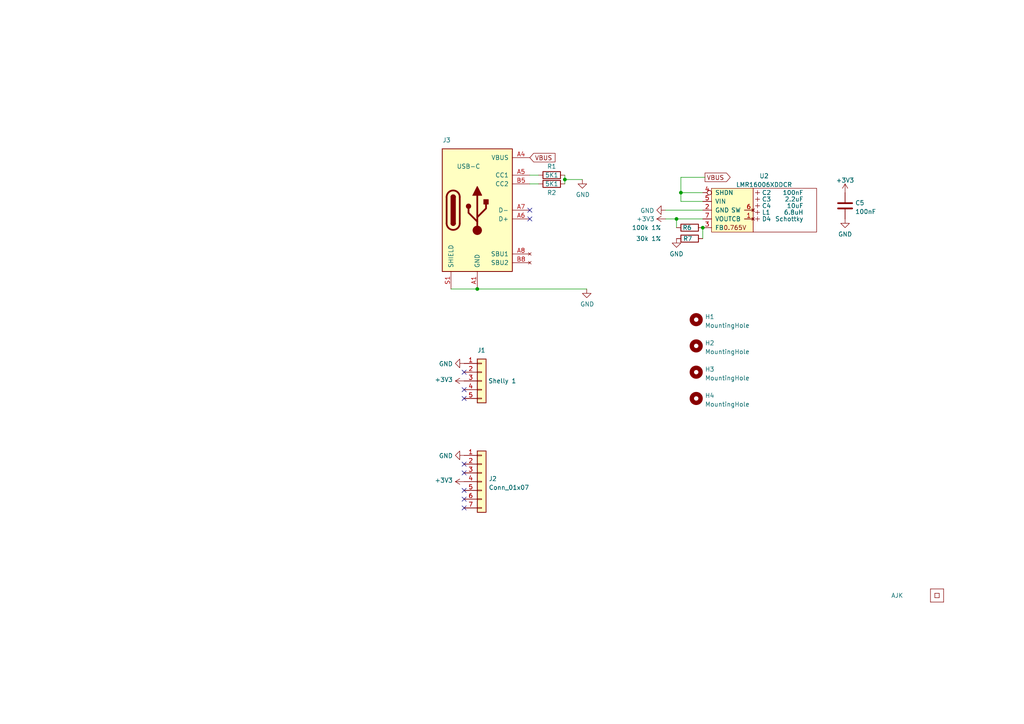
<source format=kicad_sch>
(kicad_sch (version 20211123) (generator eeschema)
  (paper "A4")
  (title_block (title "Shelly Power") (date "${DATE}") (rev "4") (company "Adrian Kennard, Andrews & Arnold Ltd") (comment 1 "toot.me.uk/@RevK") (comment 2 "www.me.uk"))
  (lib_symbols
    (symbol "Connector_Generic:Conn_01x05" (pin_names (offset 1.016) hide)
      (property "Reference" "J" (at 0 7.62 0))
      (property "Value" "Conn_01x05" (at 0 -7.62 0))
      (symbol "Conn_01x05_1_1"
        (rectangle (start -1.27 -4.953) (end 0 -5.207) (stroke (width 0.1524)))
        (rectangle (start -1.27 -2.413) (end 0 -2.667) (stroke (width 0.1524)))
        (rectangle (start -1.27 0.127) (end 0 -0.127) (stroke (width 0.1524)))
        (rectangle (start -1.27 2.667) (end 0 2.413) (stroke (width 0.1524)))
        (rectangle (start -1.27 5.207) (end 0 4.953) (stroke (width 0.1524)))
        (rectangle (start -1.27 6.35) (end 1.27 -6.35) (stroke (width 0.254)) (fill (type background)))
        (pin passive line (at -5.08 5.08 0) (length 3.81) (name "Pin_1") (number "1"))
        (pin passive line (at -5.08 2.54 0) (length 3.81) (name "Pin_2") (number "2"))
        (pin passive line (at -5.08 0 0) (length 3.81) (name "Pin_3") (number "3"))
        (pin passive line (at -5.08 -2.54 0) (length 3.81) (name "Pin_4") (number "4"))
        (pin passive line (at -5.08 -5.08 0) (length 3.81) (name "Pin_5") (number "5"))
      )
    )
    (symbol "Connector_Generic:Conn_01x07" (pin_names (offset 1.016) hide)
      (property "Reference" "J" (at 0 10.16 0))
      (property "Value" "Conn_01x07" (at 0 -10.16 0))
      (symbol "Conn_01x07_1_1"
        (rectangle (start -1.27 -7.493) (end 0 -7.747) (stroke (width 0.1524)))
        (rectangle (start -1.27 -4.953) (end 0 -5.207) (stroke (width 0.1524)))
        (rectangle (start -1.27 -2.413) (end 0 -2.667) (stroke (width 0.1524)))
        (rectangle (start -1.27 0.127) (end 0 -0.127) (stroke (width 0.1524)))
        (rectangle (start -1.27 2.667) (end 0 2.413) (stroke (width 0.1524)))
        (rectangle (start -1.27 5.207) (end 0 4.953) (stroke (width 0.1524)))
        (rectangle (start -1.27 7.747) (end 0 7.493) (stroke (width 0.1524)))
        (rectangle (start -1.27 8.89) (end 1.27 -8.89) (stroke (width 0.254)) (fill (type background)))
        (pin passive line (at -5.08 7.62 0) (length 3.81) (name "Pin_1") (number "1"))
        (pin passive line (at -5.08 5.08 0) (length 3.81) (name "Pin_2") (number "2"))
        (pin passive line (at -5.08 2.54 0) (length 3.81) (name "Pin_3") (number "3"))
        (pin passive line (at -5.08 0 0) (length 3.81) (name "Pin_4") (number "4"))
        (pin passive line (at -5.08 -2.54 0) (length 3.81) (name "Pin_5") (number "5"))
        (pin passive line (at -5.08 -5.08 0) (length 3.81) (name "Pin_6") (number "6"))
        (pin passive line (at -5.08 -7.62 0) (length 3.81) (name "Pin_7") (number "7"))
      )
    )
    (symbol "Device:C" (pin_numbers hide) (pin_names (offset 0.254))
      (property "Reference" "C" (at 0.635 2.54 0))
      (property "Value" "C" (at 0.635 -2.54 0))
      (symbol "C_0_1"
        (polyline (pts (xy -2.032 -0.762) (xy 2.032 -0.762)) (stroke (width 0.508)))
        (polyline (pts (xy -2.032 0.762) (xy 2.032 0.762)) (stroke (width 0.508)))
      )
      (symbol "C_1_1"
        (pin passive line (at 0 3.81 270) (length 2.794) (name "~") (number "1"))
        (pin passive line (at 0 -3.81 90) (length 2.794) (name "~") (number "2"))
      )
    )
    (symbol "Device:R" (pin_numbers hide) (pin_names (offset 0))
      (property "Reference" "R" (at 2.032 0 90))
      (property "Value" "R" (at 0 0 90))
      (symbol "R_0_1"
        (rectangle (start -1.016 -2.54) (end 1.016 2.54) (stroke (width 0.254)))
      )
      (symbol "R_1_1"
        (pin passive line (at 0 3.81 270) (length 1.27) (name "~") (number "1"))
        (pin passive line (at 0 -3.81 90) (length 1.27) (name "~") (number "2"))
      )
    )
    (symbol "Mechanical:MountingHole" (pin_names (offset 1.016))
      (property "Reference" "H" (at 0 5.08 0))
      (property "Value" "MountingHole" (at 0 3.175 0))
      (symbol "MountingHole_0_1"
        (circle (center 0 0) (radius 1.27) (stroke (width 1.27)))
      )
    )
    (symbol "RevK:AJK" (pin_names (offset 1.016)) (in_bom no)
      (property "Value" "AJK" (at 0 0 0))
    )
    (symbol "RevK:Hidden" (pin_names (offset 1.016))
      (property "Reference" "Z" (at 0.635 0 0))
      (property "Value" "Hidden" (at 4.445 0 0))
      (symbol "Hidden_0_1"
        (polyline (pts (xy -0.635 0) (xy 0.635 0)) (stroke (width 0.1524)))
        (polyline (pts (xy 0 0.635) (xy 0 -0.635)) (stroke (width 0.1524)))
      )
      (symbol "Hidden_1_1"
        (pin no_connect non_logic (at 0 -2.54 90) (length 2.54) hide (name "~") (number "~"))
      )
    )
    (symbol "RevK:LMR16006XDDCR" (pin_names (offset 1.016))
      (property "Reference" "U" (at 11.43 2.54 0))
      (property "Value" "LMR16006XDDCR" (at 7.62 -12.7 0))
      (symbol "LMR16006XDDCR_0_0"
        (rectangle (start 2.54 1.27) (end 14.605 -11.43) (fill (type background)))
        (text "0.765V" (at 12.7 -10.16 0) (effects (font (size 1.27 1.27)) (justify right)))
      )
      (symbol "LMR16006XDDCR_0_1"
        (rectangle (start 14.605 1.27) (end 33.02 -11.43))
      )
      (symbol "LMR16006XDDCR_1_1"
        (pin no_connect line (at 14.605 -7.62 180) (length 2.54) (name "CB") (number "1"))
        (pin power_in line (at 0 -5.08 0) (length 2.54) (name "GND") (number "2"))
        (pin passive line (at 0 -10.16 0) (length 2.54) (name "FB") (number "3"))
        (pin input inverted (at 0 0 0) (length 2.54) (name "SHDN") (number "4"))
        (pin power_in line (at 0 -2.54 0) (length 2.54) (name "VIN") (number "5"))
        (pin no_connect line (at 14.605 -5.08 180) (length 2.54) (name "SW") (number "6"))
        (pin power_out line (at 0 -7.62 0) (length 2.54) (name "VOUT") (number "7"))
      )
    )
    (symbol "RevK:QR" (pin_names (offset 1.016)) (in_bom no)
      (symbol "QR_0_1"
        (rectangle (start -1.905 -1.905) (end -1.905 1.905))
        (rectangle (start -1.905 1.905) (end 1.905 1.905))
        (rectangle (start -0.635 -0.635) (end -0.635 0.635))
        (rectangle (start -0.635 0.635) (end 0.635 0.635))
        (rectangle (start 0.635 -0.635) (end -0.635 -0.635))
        (rectangle (start 0.635 0.635) (end 0.635 -0.635))
        (rectangle (start 1.905 -1.905) (end -1.905 -1.905))
        (rectangle (start 1.905 1.905) (end 1.905 -1.905))
      )
    )
    (symbol "RevK:USB-C" (pin_names (offset 1.016))
      (property "Reference" "J" (at -10.16 19.05 0))
      (property "Value" "USB-C" (at -7.62 15.24 0))
      (symbol "USB-C_0_1"
        (rectangle (start -10.16 17.78) (end 10.16 -17.78) (stroke (width 0.254)) (fill (type background)))
        (arc (start -8.89 -3.81) (mid -6.985 -5.715) (end -5.08 -3.81) (stroke (width 0.508)))
        (arc (start -7.62 -3.81) (mid -6.985 -4.445) (end -6.35 -3.81) (stroke (width 0.254)))
        (arc (start -7.62 -3.81) (mid -6.985 -4.445) (end -6.35 -3.81) (stroke (width 0.254)) (fill (type outline)))
        (rectangle (start -7.62 -3.81) (end -6.35 3.81) (stroke (width 0.254)) (fill (type outline)))
        (arc (start -6.35 3.81) (mid -6.985 4.445) (end -7.62 3.81) (stroke (width 0.254)))
        (arc (start -6.35 3.81) (mid -6.985 4.445) (end -7.62 3.81) (stroke (width 0.254)) (fill (type outline)))
        (arc (start -5.08 3.81) (mid -6.985 5.715) (end -8.89 3.81) (stroke (width 0.508)))
        (circle (center -2.54 1.143) (radius 0.635) (stroke (width 0.254)) (fill (type outline)))
        (circle (center 0 -5.842) (radius 1.27) (fill (type outline)))
        (polyline (pts (xy -8.89 -3.81) (xy -8.89 3.81)) (stroke (width 0.508)))
        (polyline (pts (xy -5.08 3.81) (xy -5.08 -3.81)) (stroke (width 0.508)))
        (polyline (pts (xy 0 -5.842) (xy 0 4.318)) (stroke (width 0.508)))
        (polyline (pts (xy 0 -3.302) (xy -2.54 -0.762) (xy -2.54 0.508)) (stroke (width 0.508)))
        (polyline (pts (xy 0 -2.032) (xy 2.54 0.508) (xy 2.54 1.778)) (stroke (width 0.508)))
        (polyline (pts (xy -1.27 4.318) (xy 0 6.858) (xy 1.27 4.318) (xy -1.27 4.318)) (stroke (width 0.254)) (fill (type outline)))
        (rectangle (start 1.905 1.778) (end 3.175 3.048) (stroke (width 0.254)) (fill (type outline)))
      )
      (symbol "USB-C_1_1"
        (pin power_out line (at 0 -22.86 90) (length 5.08) (name "GND") (number "A1"))
        (pin passive line (at 0 -22.86 90) (length 5.08) hide (name "GND") (number "A12"))
        (pin power_out line (at 15.24 15.24 180) (length 5.08) (name "VBUS") (number "A4"))
        (pin bidirectional line (at 15.24 10.16 180) (length 5.08) (name "CC1") (number "A5"))
        (pin bidirectional line (at 15.24 -2.54 180) (length 5.08) (name "D+") (number "A6"))
        (pin bidirectional line (at 15.24 0 180) (length 5.08) (name "D-") (number "A7"))
        (pin no_connect line (at 15.24 -12.7 180) (length 5.08) (name "SBU1") (number "A8"))
        (pin passive line (at 15.24 15.24 180) (length 5.08) hide (name "VBUS") (number "A9"))
        (pin passive line (at 0 -22.86 90) (length 5.08) hide (name "GND") (number "B1"))
        (pin passive line (at 0 -22.86 90) (length 5.08) hide (name "GND") (number "B12"))
        (pin passive line (at 15.24 15.24 180) (length 5.08) hide (name "VBUS") (number "B4"))
        (pin bidirectional line (at 15.24 7.62 180) (length 5.08) (name "CC2") (number "B5"))
        (pin bidirectional line (at 15.24 -2.54 180) (length 5.08) hide (name "D+") (number "B6"))
        (pin bidirectional line (at 15.24 0 180) (length 5.08) hide (name "D-") (number "B7"))
        (pin no_connect line (at 15.24 -15.24 180) (length 5.08) (name "SBU2") (number "B8"))
        (pin passive line (at 15.24 15.24 180) (length 5.08) hide (name "VBUS") (number "B9"))
        (pin passive line (at -7.62 -22.86 90) (length 5.08) (name "SHIELD") (number "S1"))
      )
    )
    (symbol "power:+3.3V" (power) (pin_names (offset 0))
      (property "Value" "+3.3V" (at 0 3.556 0))
      (symbol "+3.3V_0_1"
        (polyline (pts (xy -0.762 1.27) (xy 0 2.54)))
        (polyline (pts (xy 0 0) (xy 0 2.54)))
        (polyline (pts (xy 0 2.54) (xy 0.762 1.27)))
      )
      (symbol "+3.3V_1_1"
        (pin power_in line (at 0 0 90) (length 0) hide (name "+3V3") (number "1"))
      )
    )
    (symbol "power:GND" (power) (pin_names (offset 0))
      (property "Value" "GND" (at 0 -3.81 0))
      (symbol "GND_0_1"
        (polyline (pts (xy 0 0) (xy 0 -1.27) (xy 1.27 -1.27) (xy 0 -2.54) (xy -1.27 -1.27) (xy 0 -1.27)))
      )
      (symbol "GND_1_1"
        (pin power_in line (at 0 0 270) (length 0) hide (name "GND") (number "1"))
      )
    )
  )
  (junction (at 203.835 66.04))
  (junction (at 197.485 55.88))
  (junction (at 163.83 52.07))
  (junction (at 196.215 63.5))
  (junction (at 138.43 83.82))
  (no_connect (at 153.67 60.96))
  (no_connect (at 134.62 113.03))
  (no_connect (at 134.62 147.32))
  (no_connect (at 134.62 137.16))
  (no_connect (at 134.62 115.57))
  (no_connect (at 134.62 144.78))
  (no_connect (at 134.62 134.62))
  (no_connect (at 153.67 63.5))
  (no_connect (at 134.62 107.95))
  (no_connect (at 134.62 142.24))
  (wire (pts (xy 130.81 83.82) (xy 138.43 83.82)))
  (wire (pts (xy 163.83 52.07) (xy 163.83 53.34)))
  (wire (pts (xy 163.83 50.8) (xy 163.83 52.07)))
  (wire (pts (xy 197.485 55.88) (xy 197.485 58.42)))
  (wire (pts (xy 153.67 53.34) (xy 156.21 53.34)))
  (wire (pts (xy 193.04 60.96) (xy 203.835 60.96)))
  (wire (pts (xy 203.835 66.04) (xy 203.835 69.215)))
  (wire (pts (xy 197.485 58.42) (xy 203.835 58.42)))
  (wire (pts (xy 168.91 52.07) (xy 163.83 52.07)))
  (wire (pts (xy 197.485 51.435) (xy 197.485 55.88)))
  (wire (pts (xy 196.215 66.04) (xy 196.215 63.5)))
  (wire (pts (xy 153.67 50.8) (xy 156.21 50.8)))
  (wire (pts (xy 193.04 63.5) (xy 196.215 63.5)))
  (wire (pts (xy 138.43 83.82) (xy 170.18 83.82)))
  (wire (pts (xy 196.215 63.5) (xy 203.835 63.5)))
  (wire (pts (xy 197.485 55.88) (xy 203.835 55.88)))
  (wire (pts (xy 197.485 51.435) (xy 204.47 51.435)))
  (global_label "VBUS" (shape input) (at 153.67 45.72 0) (property "Intersheet References" "${INTERSHEET_REFS}" (effects hide)))
  (global_label "VBUS" (shape output) (at 204.47 51.435 0) (property "Intersheet References" "${INTERSHEET_REFS}" (effects hide)))
  (symbol (lib_id "RevK:USB-C") (at 138.43 60.96 0) (unit 1)
    (property "Reference" "J3" (at 129.54 40.64 0))
    (property "Value" "USB-C" (at 135.89 48.26 0))
    (property "Footprint" "RevK:USC16-TR" (effects hide))
    (property "Manufacturer" "Valcon" (effects hide))
    (property "Part No" "CSP-USC16-TR" (effects hide))
    (property "LCSC Part #" "C709357" (effects hide))
  )
  (symbol (lib_id "Device:R") (at 160.02 50.8 90) (unit 1)
    (property "Reference" "R1" (at 160.02 48.26 90))
    (property "Value" "5K1" (at 160.02 50.8 90))
    (property "Footprint" "RevK:R_0603" (effects hide))
  )
  (symbol (lib_id "power:GND") (at 168.91 52.07 0) (unit 1)
    (property "Reference" "#PWR019" (effects hide))
    (property "Value" "GND" (at 169.037 56.4642 0))
  )
  (symbol (lib_id "power:GND") (at 170.18 83.82 0) (unit 1)
    (property "Reference" "#PWR020" (effects hide))
    (property "Value" "GND" (at 170.307 88.2142 0))
  )
  (symbol (lib_id "Device:R") (at 160.02 53.34 270) (unit 1)
    (property "Reference" "R2" (at 160.02 55.88 90))
    (property "Value" "5K1" (at 160.02 53.34 90))
    (property "Footprint" "RevK:R_0603" (effects hide))
  )
  (symbol (lib_id "Connector_Generic:Conn_01x05") (at 139.7 110.49 0) (unit 1)
    (property "Reference" "J1" (at 138.43 101.6 0) (effects (justify left)))
    (property "Value" "Shelly 1" (at 141.605 110.49 0) (effects (justify left)))
    (property "Footprint" "RevK:PinHeader_1x05_P2.54mm_Vertical_SMD_Pin1Right" (effects hide))
    (property "LCSC Part #" "C225491" (effects hide))
  )
  (symbol (lib_id "power:GND") (at 134.62 132.08 270) (unit 1)
    (property "Reference" "#PWR04" (effects hide))
    (property "Value" "GND" (at 131.3688 132.207 90) (effects (justify right)))
  )
  (symbol (lib_id "power:GND") (at 134.62 105.41 270) (unit 1)
    (property "Reference" "#PWR03" (effects hide))
    (property "Value" "GND" (at 131.3688 105.537 90) (effects (justify right)))
  )
  (symbol (lib_id "power:+3.3V") (at 134.62 139.7 90) (unit 1)
    (property "Reference" "#PWR05" (effects hide))
    (property "Value" "+3.3V" (at 131.3688 139.319 90) (effects (justify left)))
  )
  (symbol (lib_id "RevK:AJK") (at 257.81 172.72 0) (unit 1) (in_bom no)
    (property "Reference" "Art1" (effects hide))
    (property "Value" "AJK" (at 258.445 172.72 0) (effects (justify left)))
    (property "Footprint" "RevK:AJK" (effects hide))
    (property "Note" "Non part, PCB printed" (effects hide))
  )
  (symbol (lib_id "RevK:QR") (at 271.78 172.72 0) (unit 1) (in_bom no)
    (property "Reference" "Art2" (effects hide))
    (property "Value" "QR" (effects hide))
    (property "Footprint" "RevK:QR-Tas" (effects hide))
    (property "Note" "Non part, PCB printed" (effects hide))
  )
  (symbol (lib_id "RevK:Hidden") (at 219.71 61.595 0) (unit 1)
    (property "Reference" "L1" (at 220.98 61.595 0) (effects (justify left)))
    (property "Value" "6.8uH" (at 233.045 61.595 0) (effects (justify right)))
    (property "Footprint" "RevK:L_4x4_" (effects hide))
    (property "LCSC Part #" "C354575" (effects hide))
  )
  (symbol (lib_id "power:+3.3V") (at 134.62 110.49 90) (unit 1)
    (property "Reference" "#PWR0101" (effects hide))
    (property "Value" "+3.3V" (at 131.3688 110.109 90) (effects (justify left)))
  )
  (symbol (lib_id "Mechanical:MountingHole") (at 201.93 115.57 0) (unit 1)
    (property "Reference" "H4" (at 204.47 114.7353 0) (effects (justify left)))
    (property "Value" "MountingHole" (at 204.47 117.2722 0) (effects (justify left)))
    (property "Footprint" "MountingHole:MountingHole_4mm" (effects hide))
  )
  (symbol (lib_id "power:GND") (at 193.04 60.96 270) (unit 1)
    (property "Reference" "#PWR022" (effects hide))
    (property "Value" "GND" (at 189.7888 61.087 90) (effects (justify right)))
  )
  (symbol (lib_id "RevK:Hidden") (at 219.71 59.69 0) (unit 1)
    (property "Reference" "C4" (at 220.98 59.69 0) (effects (justify left)))
    (property "Value" "10uF" (at 233.045 59.69 0) (effects (justify right)))
    (property "Footprint" "RevK:C_0805_" (effects hide))
    (property "Note" "0603 or 0805" (effects hide))
    (property "LCSC Part #" "C17024" (effects hide))
  )
  (symbol (lib_id "Connector_Generic:Conn_01x07") (at 139.7 139.7 0) (unit 1)
    (property "Reference" "J2" (at 141.732 138.8653 0) (effects (justify left)))
    (property "Value" "Conn_01x07" (at 141.732 141.4022 0) (effects (justify left)))
    (property "Footprint" "RevK:PinHeader_1x07_P1.27mm_Vertical" (effects hide))
    (property "LCSC Part #" "C2832274" (effects hide))
  )
  (symbol (lib_id "RevK:Hidden") (at 219.71 57.785 0) (unit 1)
    (property "Reference" "C3" (at 220.98 57.785 0) (effects (justify left)))
    (property "Value" "2.2uF" (at 233.045 57.785 0) (effects (justify right)))
    (property "Footprint" "RevK:C_0805_" (effects hide))
    (property "Note" "0603 or 0805" (effects hide))
    (property "LCSC Part #" "C19110" (effects hide))
  )
  (symbol (lib_id "power:GND") (at 245.11 63.5 0) (unit 1)
    (property "Reference" "#PWR026" (effects hide))
    (property "Value" "GND" (at 245.11 67.9434 0))
  )
  (symbol (lib_id "Device:R") (at 200.025 69.215 90) (unit 1)
    (property "Reference" "R7" (at 198.12 69.215 90) (effects (justify right)))
    (property "Value" "30k 1%" (at 191.77 69.215 90) (effects (justify left)))
    (property "Footprint" "RevK:R_0603" (effects hide))
    (property "LCSC Part #" "C100001" (effects hide))
  )
  (symbol (lib_id "RevK:Hidden") (at 219.71 55.88 0) (unit 1)
    (property "Reference" "C2" (at 220.98 55.88 0) (effects (justify left)))
    (property "Value" "100nF" (at 233.045 55.88 0) (effects (justify right)))
    (property "Footprint" "RevK:C_0603_" (effects hide))
    (property "Note" "X7R or X5R 0603" (effects hide))
    (property "LCSC Part #" "C30926" (effects hide))
  )
  (symbol (lib_id "Mechanical:MountingHole") (at 201.93 100.33 90) (unit 1)
    (property "Reference" "H2" (at 204.47 99.4953 90) (effects (justify right)))
    (property "Value" "MountingHole" (at 204.47 102.0322 90) (effects (justify right)))
    (property "Footprint" "MountingHole:MountingHole_4mm" (effects hide))
  )
  (symbol (lib_id "power:+3.3V") (at 193.04 63.5 90) (unit 1)
    (property "Reference" "#PWR023" (effects hide))
    (property "Value" "+3.3V" (at 189.865 63.5 90) (effects (justify left)))
  )
  (symbol (lib_id "Mechanical:MountingHole") (at 201.93 92.71 0) (unit 1)
    (property "Reference" "H1" (at 204.47 91.8753 0) (effects (justify left)))
    (property "Value" "MountingHole" (at 204.47 94.4122 0) (effects (justify left)))
    (property "Footprint" "MountingHole:MountingHole_4mm" (effects hide))
  )
  (symbol (lib_id "power:+3.3V") (at 245.11 55.88 0) (unit 1)
    (property "Reference" "#PWR025" (effects hide))
    (property "Value" "+3.3V" (at 245.11 52.3042 0))
  )
  (symbol (lib_id "Device:C") (at 245.11 59.69 0) (unit 1)
    (property "Reference" "C5" (at 248.031 58.8553 0) (effects (justify left)))
    (property "Value" "100nF" (at 248.031 61.3922 0) (effects (justify left)))
    (property "Footprint" "RevK:C_0603" (effects hide))
  )
  (symbol (lib_id "Device:R") (at 200.025 66.04 90) (unit 1)
    (property "Reference" "R6" (at 200.66 66.04 90) (effects (justify left)))
    (property "Value" "100k 1%" (at 191.77 66.04 90) (effects (justify left)))
    (property "Footprint" "RevK:R_0603" (effects hide))
    (property "LCSC Part #" "C14675" (effects hide))
  )
  (symbol (lib_id "power:GND") (at 196.215 69.215 0) (unit 1)
    (property "Reference" "#PWR024" (effects hide))
    (property "Value" "GND" (at 196.215 73.6584 0))
  )
  (symbol (lib_id "RevK:Hidden") (at 219.71 63.5 0) (unit 1)
    (property "Reference" "D4" (at 220.98 63.5 0) (effects (justify left)))
    (property "Value" "Schottky" (at 233.045 63.5 0) (effects (justify right)))
    (property "Footprint" "RevK:D_1206_" (effects hide))
    (property "Datasheet" "https://www.mouser.co.uk/datasheet/2/54/CD1206-B220_B2100-777245.pdf" (effects hide))
    (property "Manufacturer" "Bourns" (effects hide))
    (property "LCSC Part #" "C143805" (effects hide))
  )
  (symbol (lib_id "Mechanical:MountingHole") (at 201.93 107.95 0) (unit 1)
    (property "Reference" "H3" (at 204.47 107.1153 0) (effects (justify left)))
    (property "Value" "MountingHole" (at 204.47 109.6522 0) (effects (justify left)))
    (property "Footprint" "MountingHole:MountingHole_4mm" (effects hide))
  )
  (symbol (lib_id "RevK:LMR16006XDDCR") (at 203.835 55.88 0) (unit 1)
    (property "Reference" "U2" (at 221.615 51.0372 0))
    (property "Value" "LMR16006XDDCR" (at 221.615 53.5741 0))
    (property "Footprint" "RevK:SOT-23-Thin-6-Reg" (effects hide))
    (property "Manufacturer" "TI" (effects hide))
    (property "Part No" "LMR16006XDDCR" (effects hide))
    (property "LCSC Part #" "C87080" (effects hide))
    (property "JLCPCB Rotation Offset" "90" (effects hide))
  )
)
</source>
